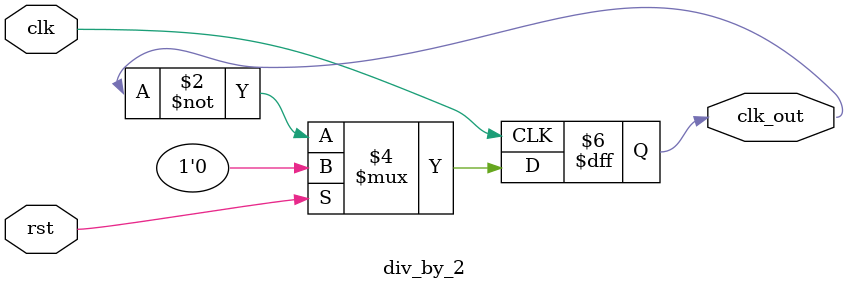
<source format=v>
module div_by_2 (
    input clk,
    input rst,
    output reg clk_out
    
);
always@(posedge clk)begin
 if (rst)
  clk_out<=1'b0;
 else
  clk_out<=~clk_out;
end

endmodule //div_by_2
</source>
